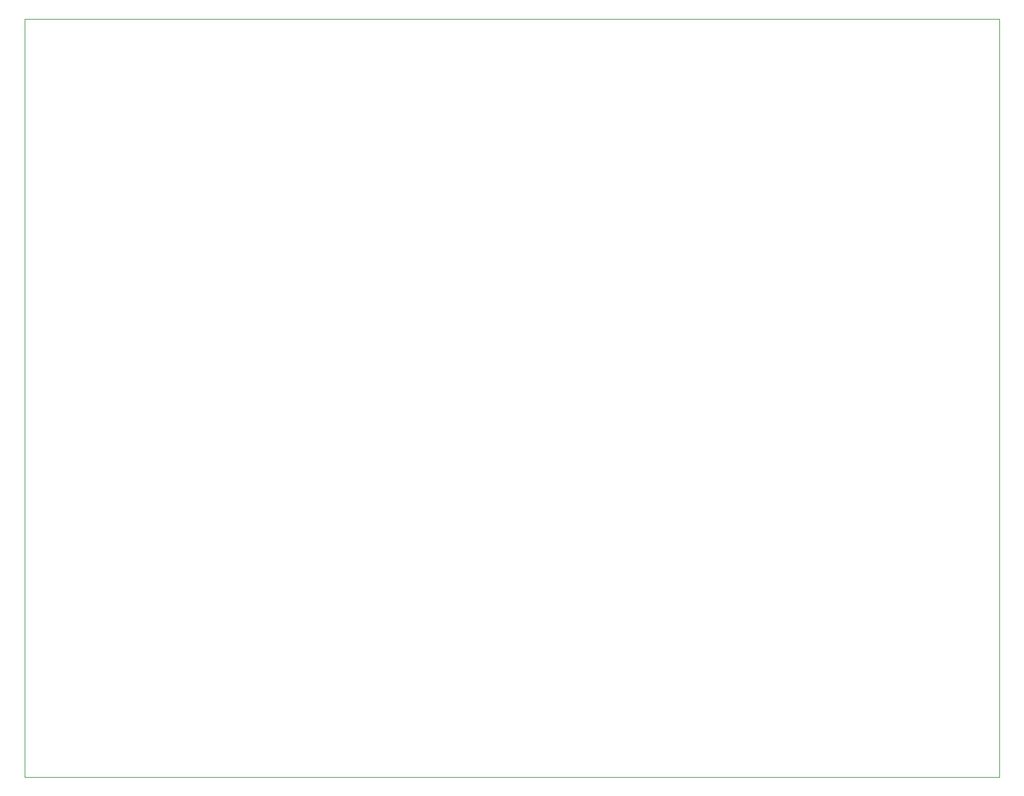
<source format=gm1>
%TF.GenerationSoftware,KiCad,Pcbnew,(5.1.8)-1*%
%TF.CreationDate,2022-02-24T01:16:36-05:00*%
%TF.ProjectId,OCE_L,4f43455f-4c2e-46b6-9963-61645f706362,rev?*%
%TF.SameCoordinates,Original*%
%TF.FileFunction,Profile,NP*%
%FSLAX46Y46*%
G04 Gerber Fmt 4.6, Leading zero omitted, Abs format (unit mm)*
G04 Created by KiCad (PCBNEW (5.1.8)-1) date 2022-02-24 01:16:36*
%MOMM*%
%LPD*%
G01*
G04 APERTURE LIST*
%TA.AperFunction,Profile*%
%ADD10C,0.050000*%
%TD*%
G04 APERTURE END LIST*
D10*
X152400000Y-38100000D02*
X160500000Y-38100000D01*
X160500000Y-139700000D02*
X152400000Y-139700000D01*
X30000000Y-139700000D02*
X38100000Y-139700000D01*
X30000000Y-38100000D02*
X30000000Y-139700000D01*
X38100000Y-38100000D02*
X30000000Y-38100000D01*
X38100000Y-38100000D02*
X152400000Y-38100000D01*
X152400000Y-139700000D02*
X38100000Y-139700000D01*
X160500000Y-38100000D02*
X160500000Y-139700000D01*
M02*

</source>
